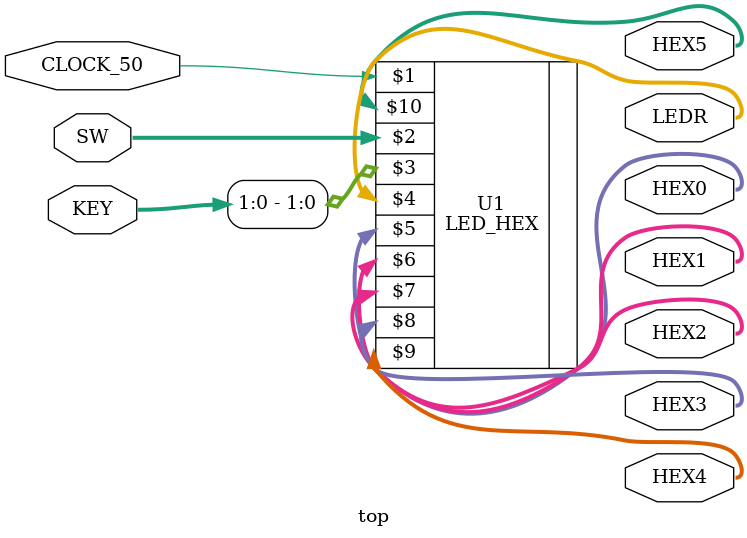
<source format=v>

`default_nettype none   // force the explicit declaration of all signal types

module top (CLOCK_50, SW, KEY, LEDR, HEX0, HEX1, HEX2, HEX3, HEX4, HEX5);

    input wire CLOCK_50;        // DE-series 50 MHz clock signal
    input wire [9:0] SW;        // DE-series switches
    input wire [3:0] KEY;       // DE-series pushbuttons
    output wire [9:0] LEDR;     // DE-series LEDs   

    output wire [6:0] HEX0;      // DE-series HEX displays
    output wire [6:0] HEX1;
    output wire [6:0] HEX2;
    output wire [6:0] HEX3;
    output wire [6:0] HEX4;
    output wire [6:0] HEX5;

    LED_HEX U1 (CLOCK_50, SW, KEY[1:0], LEDR, HEX0, HEX1, HEX2, HEX3, HEX4, HEX5);

endmodule

</source>
